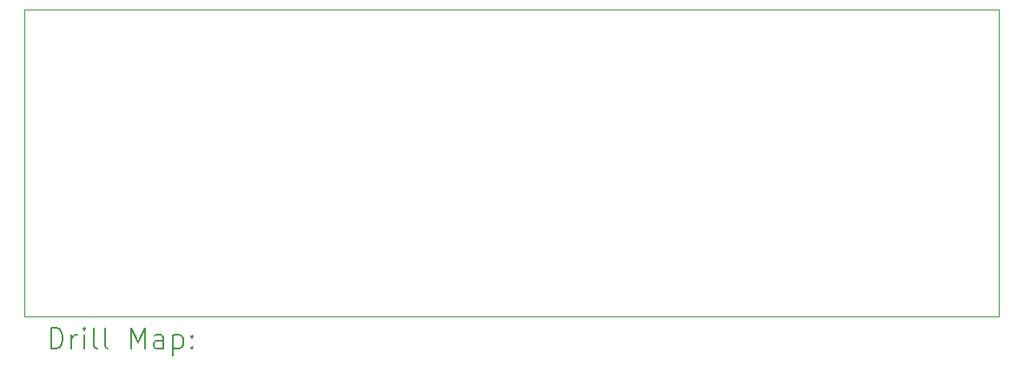
<source format=gbr>
%TF.GenerationSoftware,KiCad,Pcbnew,8.0.4*%
%TF.CreationDate,2024-09-27T18:05:10-04:00*%
%TF.ProjectId,Sp-I,53702d49-2e6b-4696-9361-645f70636258,rev?*%
%TF.SameCoordinates,Original*%
%TF.FileFunction,Drillmap*%
%TF.FilePolarity,Positive*%
%FSLAX45Y45*%
G04 Gerber Fmt 4.5, Leading zero omitted, Abs format (unit mm)*
G04 Created by KiCad (PCBNEW 8.0.4) date 2024-09-27 18:05:10*
%MOMM*%
%LPD*%
G01*
G04 APERTURE LIST*
%ADD10C,0.050000*%
%ADD11C,0.200000*%
G04 APERTURE END LIST*
D10*
X10000000Y-12000000D02*
X19500000Y-12000000D01*
X19500000Y-15000000D01*
X10000000Y-15000000D01*
X10000000Y-12000000D01*
D11*
X10258277Y-15313984D02*
X10258277Y-15113984D01*
X10258277Y-15113984D02*
X10305896Y-15113984D01*
X10305896Y-15113984D02*
X10334467Y-15123508D01*
X10334467Y-15123508D02*
X10353515Y-15142555D01*
X10353515Y-15142555D02*
X10363039Y-15161603D01*
X10363039Y-15161603D02*
X10372563Y-15199698D01*
X10372563Y-15199698D02*
X10372563Y-15228269D01*
X10372563Y-15228269D02*
X10363039Y-15266365D01*
X10363039Y-15266365D02*
X10353515Y-15285412D01*
X10353515Y-15285412D02*
X10334467Y-15304460D01*
X10334467Y-15304460D02*
X10305896Y-15313984D01*
X10305896Y-15313984D02*
X10258277Y-15313984D01*
X10458277Y-15313984D02*
X10458277Y-15180650D01*
X10458277Y-15218746D02*
X10467801Y-15199698D01*
X10467801Y-15199698D02*
X10477324Y-15190174D01*
X10477324Y-15190174D02*
X10496372Y-15180650D01*
X10496372Y-15180650D02*
X10515420Y-15180650D01*
X10582086Y-15313984D02*
X10582086Y-15180650D01*
X10582086Y-15113984D02*
X10572563Y-15123508D01*
X10572563Y-15123508D02*
X10582086Y-15133031D01*
X10582086Y-15133031D02*
X10591610Y-15123508D01*
X10591610Y-15123508D02*
X10582086Y-15113984D01*
X10582086Y-15113984D02*
X10582086Y-15133031D01*
X10705896Y-15313984D02*
X10686848Y-15304460D01*
X10686848Y-15304460D02*
X10677324Y-15285412D01*
X10677324Y-15285412D02*
X10677324Y-15113984D01*
X10810658Y-15313984D02*
X10791610Y-15304460D01*
X10791610Y-15304460D02*
X10782086Y-15285412D01*
X10782086Y-15285412D02*
X10782086Y-15113984D01*
X11039229Y-15313984D02*
X11039229Y-15113984D01*
X11039229Y-15113984D02*
X11105896Y-15256841D01*
X11105896Y-15256841D02*
X11172563Y-15113984D01*
X11172563Y-15113984D02*
X11172563Y-15313984D01*
X11353515Y-15313984D02*
X11353515Y-15209222D01*
X11353515Y-15209222D02*
X11343991Y-15190174D01*
X11343991Y-15190174D02*
X11324943Y-15180650D01*
X11324943Y-15180650D02*
X11286848Y-15180650D01*
X11286848Y-15180650D02*
X11267801Y-15190174D01*
X11353515Y-15304460D02*
X11334467Y-15313984D01*
X11334467Y-15313984D02*
X11286848Y-15313984D01*
X11286848Y-15313984D02*
X11267801Y-15304460D01*
X11267801Y-15304460D02*
X11258277Y-15285412D01*
X11258277Y-15285412D02*
X11258277Y-15266365D01*
X11258277Y-15266365D02*
X11267801Y-15247317D01*
X11267801Y-15247317D02*
X11286848Y-15237793D01*
X11286848Y-15237793D02*
X11334467Y-15237793D01*
X11334467Y-15237793D02*
X11353515Y-15228269D01*
X11448753Y-15180650D02*
X11448753Y-15380650D01*
X11448753Y-15190174D02*
X11467801Y-15180650D01*
X11467801Y-15180650D02*
X11505896Y-15180650D01*
X11505896Y-15180650D02*
X11524943Y-15190174D01*
X11524943Y-15190174D02*
X11534467Y-15199698D01*
X11534467Y-15199698D02*
X11543991Y-15218746D01*
X11543991Y-15218746D02*
X11543991Y-15275888D01*
X11543991Y-15275888D02*
X11534467Y-15294936D01*
X11534467Y-15294936D02*
X11524943Y-15304460D01*
X11524943Y-15304460D02*
X11505896Y-15313984D01*
X11505896Y-15313984D02*
X11467801Y-15313984D01*
X11467801Y-15313984D02*
X11448753Y-15304460D01*
X11629705Y-15294936D02*
X11639229Y-15304460D01*
X11639229Y-15304460D02*
X11629705Y-15313984D01*
X11629705Y-15313984D02*
X11620182Y-15304460D01*
X11620182Y-15304460D02*
X11629705Y-15294936D01*
X11629705Y-15294936D02*
X11629705Y-15313984D01*
X11629705Y-15190174D02*
X11639229Y-15199698D01*
X11639229Y-15199698D02*
X11629705Y-15209222D01*
X11629705Y-15209222D02*
X11620182Y-15199698D01*
X11620182Y-15199698D02*
X11629705Y-15190174D01*
X11629705Y-15190174D02*
X11629705Y-15209222D01*
M02*

</source>
